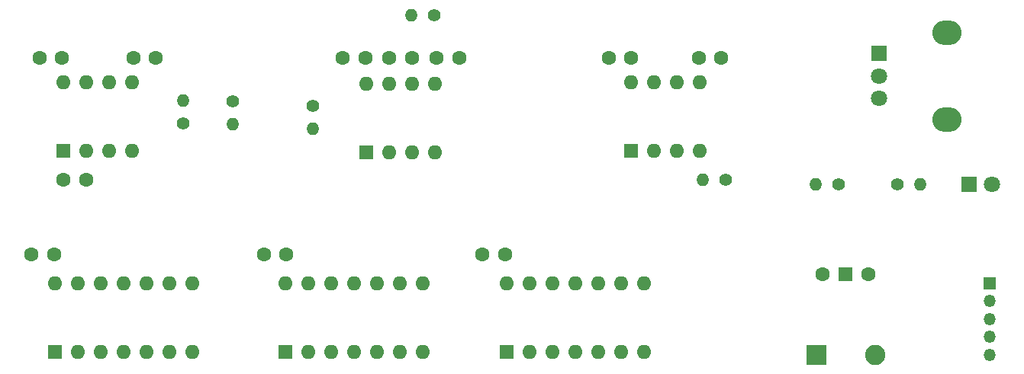
<source format=gbr>
%TF.GenerationSoftware,KiCad,Pcbnew,8.0.2*%
%TF.CreationDate,2024-05-25T18:25:13-04:00*%
%TF.ProjectId,8bc_clock,3862635f-636c-46f6-936b-2e6b69636164,3.0*%
%TF.SameCoordinates,Original*%
%TF.FileFunction,Soldermask,Top*%
%TF.FilePolarity,Negative*%
%FSLAX46Y46*%
G04 Gerber Fmt 4.6, Leading zero omitted, Abs format (unit mm)*
G04 Created by KiCad (PCBNEW 8.0.2) date 2024-05-25 18:25:13*
%MOMM*%
%LPD*%
G01*
G04 APERTURE LIST*
%ADD10C,1.400000*%
%ADD11O,1.400000X1.400000*%
%ADD12R,1.600000X1.600000*%
%ADD13O,1.600000X1.600000*%
%ADD14O,3.240000X2.720000*%
%ADD15R,1.800000X1.800000*%
%ADD16C,1.800000*%
%ADD17C,1.600000*%
%ADD18R,1.350000X1.350000*%
%ADD19O,1.350000X1.350000*%
%ADD20R,2.250000X2.250000*%
%ADD21C,2.250000*%
%ADD22R,1.500000X1.500000*%
G04 APERTURE END LIST*
D10*
%TO.C,R6*%
X247720000Y-46500000D03*
D11*
X245180000Y-46500000D03*
%TD*%
D12*
%TO.C,U6*%
X210960000Y-65120000D03*
D13*
X213500000Y-65120000D03*
X216040000Y-65120000D03*
X218580000Y-65120000D03*
X221120000Y-65120000D03*
X223660000Y-65120000D03*
X226200000Y-65120000D03*
X226200000Y-57500000D03*
X223660000Y-57500000D03*
X221120000Y-57500000D03*
X218580000Y-57500000D03*
X216040000Y-57500000D03*
X213500000Y-57500000D03*
X210960000Y-57500000D03*
%TD*%
D14*
%TO.C,RV1*%
X259775000Y-29700000D03*
X259775000Y-39300000D03*
D15*
X252275000Y-32000000D03*
D16*
X252275000Y-34500000D03*
X252275000Y-37000000D03*
%TD*%
D15*
%TO.C,D1*%
X262225000Y-46500000D03*
D16*
X264765000Y-46500000D03*
%TD*%
D12*
%TO.C,U3*%
X224700000Y-42800000D03*
D13*
X227240000Y-42800000D03*
X229780000Y-42800000D03*
X232320000Y-42800000D03*
X232320000Y-35180000D03*
X229780000Y-35180000D03*
X227240000Y-35180000D03*
X224700000Y-35180000D03*
%TD*%
D17*
%TO.C,C1*%
X159070000Y-32500000D03*
X161570000Y-32500000D03*
%TD*%
%TO.C,C6*%
X208210000Y-54320000D03*
X210710000Y-54320000D03*
%TD*%
D10*
%TO.C,R5*%
X235220000Y-46000000D03*
D11*
X232680000Y-46000000D03*
%TD*%
D10*
%TO.C,R1*%
X175000000Y-39720000D03*
D11*
X175000000Y-37180000D03*
%TD*%
D10*
%TO.C,R3*%
X189420000Y-37780000D03*
D11*
X189420000Y-40320000D03*
%TD*%
D17*
%TO.C,C2*%
X192750000Y-32500000D03*
X195250000Y-32500000D03*
%TD*%
%TO.C,C7*%
X169500000Y-32500000D03*
X172000000Y-32500000D03*
%TD*%
%TO.C,C4*%
X158210000Y-54320000D03*
X160710000Y-54320000D03*
%TD*%
%TO.C,C10*%
X200420000Y-32500000D03*
X197920000Y-32500000D03*
%TD*%
D10*
%TO.C,R4*%
X202900000Y-27700000D03*
D11*
X200360000Y-27700000D03*
%TD*%
D18*
%TO.C,J1*%
X264500000Y-57500000D03*
D19*
X264500000Y-59500000D03*
X264500000Y-61500000D03*
X264500000Y-63500000D03*
X264500000Y-65500000D03*
%TD*%
D20*
%TO.C,SW1*%
X245290000Y-65500000D03*
D21*
X251790000Y-65500000D03*
%TD*%
D17*
%TO.C,C3*%
X222250000Y-32500000D03*
X224750000Y-32500000D03*
%TD*%
D12*
%TO.C,U5*%
X186335000Y-65120000D03*
D13*
X188875000Y-65120000D03*
X191415000Y-65120000D03*
X193955000Y-65120000D03*
X196495000Y-65120000D03*
X199035000Y-65120000D03*
X201575000Y-65120000D03*
X201575000Y-57500000D03*
X199035000Y-57500000D03*
X196495000Y-57500000D03*
X193955000Y-57500000D03*
X191415000Y-57500000D03*
X188875000Y-57500000D03*
X186335000Y-57500000D03*
%TD*%
D10*
%TO.C,R2*%
X180500000Y-37280000D03*
D11*
X180500000Y-39820000D03*
%TD*%
D17*
%TO.C,C5*%
X183960000Y-54320000D03*
X186460000Y-54320000D03*
%TD*%
D12*
%TO.C,U1*%
X161700000Y-42800000D03*
D13*
X164240000Y-42800000D03*
X166780000Y-42800000D03*
X169320000Y-42800000D03*
X169320000Y-35180000D03*
X166780000Y-35180000D03*
X164240000Y-35180000D03*
X161700000Y-35180000D03*
%TD*%
D17*
%TO.C,C8*%
X164250000Y-46000000D03*
X161750000Y-46000000D03*
%TD*%
%TO.C,C9*%
X203170000Y-32500000D03*
X205670000Y-32500000D03*
%TD*%
%TO.C,C11*%
X232250000Y-32500000D03*
X234750000Y-32500000D03*
%TD*%
D22*
%TO.C,SW2*%
X248500000Y-56500000D03*
D17*
X245960000Y-56500000D03*
X251040000Y-56500000D03*
%TD*%
D12*
%TO.C,U2*%
X195380000Y-43000000D03*
D13*
X197920000Y-43000000D03*
X200460000Y-43000000D03*
X203000000Y-43000000D03*
X203000000Y-35380000D03*
X200460000Y-35380000D03*
X197920000Y-35380000D03*
X195380000Y-35380000D03*
%TD*%
D10*
%TO.C,R7*%
X254280000Y-46500000D03*
D11*
X256820000Y-46500000D03*
%TD*%
D12*
%TO.C,U4*%
X160835000Y-65120000D03*
D13*
X163375000Y-65120000D03*
X165915000Y-65120000D03*
X168455000Y-65120000D03*
X170995000Y-65120000D03*
X173535000Y-65120000D03*
X176075000Y-65120000D03*
X176075000Y-57500000D03*
X173535000Y-57500000D03*
X170995000Y-57500000D03*
X168455000Y-57500000D03*
X165915000Y-57500000D03*
X163375000Y-57500000D03*
X160835000Y-57500000D03*
%TD*%
M02*

</source>
